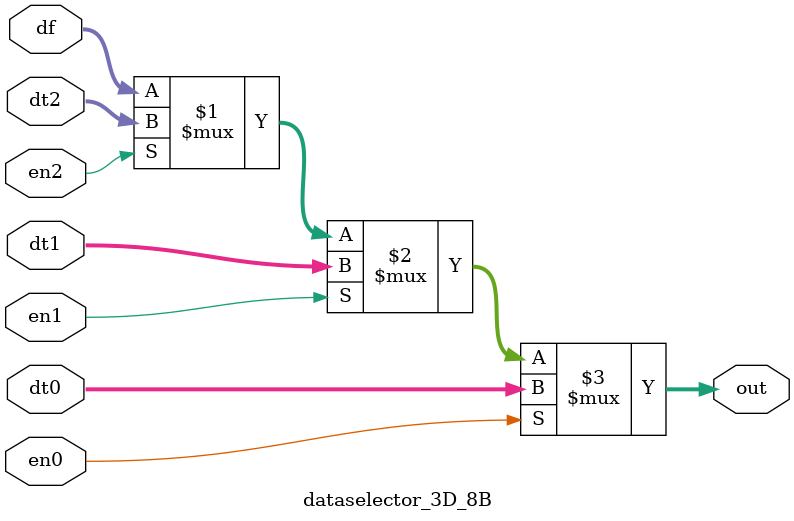
<source format=v>
module dataselector_3D_8B
(
	output [7:0] out,
	input  [7:0] df,

	input			 en0,
	input	 [7:0] dt0,
	input			 en1,
	input	 [7:0] dt1,
	input			 en2,
	input	 [7:0] dt2
);

assign out = en0 ? dt0 :
				 en1 ? dt1 :
				 en2 ? dt2 :
				 df;

endmodule 
</source>
